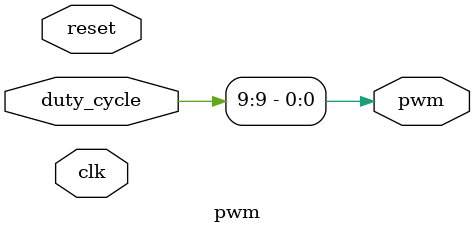
<source format=sv>
module motorCommutation(
            input logic clk, reset, enable,
            input logic [9:0] gain,
            input logic [12:0] cycle_position,
           output logic pwm_phase_a, pwm_phase_b, pwm_phase_c);

logic [9:0] lookup_a, lookup_b, lookup_c;
logic [9:0] duty_cycle_a, duty_cycle_b, duty_cycle_c;

phaseOffset120 phase_offset_120_instance(
                    .gain(gain),
                    .lookup_a(lookup_a),
                    .lookup_b(lookup_b),
                    .lookup_c(lookup_c));

threePhaseSineTable three_phase_sine_table_instance(
                        .clk(clk), .reset(reset),
                        .lookup_a(lookup_a),
                        .lookup_b(lookup_b),
                        .lookup_c(lookup_c),
                        .sine_a(duty_cycle_a),
                        .sine_b(duty_cycle_b),
                        .sine_c(duty_cycle_c));

pwm pwm_a( .clk(clk), .reset(reset),
           .duty_cycle(duty_cycle_a),
           .pwm(pwm_phase_a));

pwm pwm_b( .clk(clk), .reset(reset),
           .duty_cycle(duty_cycle_b),
           .pwm(pwm_phase_b));

pwm pwm_c( .clk(clk), .reset(reset),
           .duty_cycle(duty_cycle_b),
           .pwm(pwm_phase_c));

endmodule




module threePhaseSineTable( input logic clk, reset,
                            input logic [9:0] lookup_a,
                            input logic [9:0] lookup_b,
                            input logic [9:0] lookup_c,
                           output logic [9:0] sine_a,
                           output logic [9:0] sine_b,
                           output logic [9:0] sine_c);
/// FIXME: write this later!
always_ff @ (posedge clk, posedge reset)
begin
    if (reset)
    begin
        sine_a <= 'b0;
        sine_b <= 'b0;
        sine_c <= 'b0;
    end
    else begin
        sine_a <= lookup_a;
        sine_b <= lookup_b;
        sine_c <= lookup_c;
    end
end
endmodule



module phaseOffset120(
            input logic clk, reset,
            input logic [9:0] gain,
           output logic [9:0] lookup_a, lookup_b, lookup_c);

logic [9:0] lookup_b_plus_120;
logic [9:0] lookup_b_minus_120;

logic overflow_a;
logic underflow_c;

assign lookup_a_mod_1170 = lookup_b_plus_120 - 'd1170;
assign lookup_c_mod_1170 = lookup_b_minus_120 + 'd1170;

always_ff @ (posedge clk, posedge reset)
begin
    if (reset)
    begin
        lookup_a <= 'b0;
        lookup_b <= 'b0;
        lookup_c <= 'b0;
    end
    else begin
        lookup_a <= overflow_a ? lookup_a_mod_1170 : lookup_b_plus_120;
        lookup_a <= underflow_c ? lookup_c_mod_1170 : lookup_b_plus_120;
        lookup_b <= gain;
    end
end


endmodule



module pwm( input logic clk, reset,
            input logic [9:0] duty_cycle,
           output logic pwm);

/// FIXME: actually write this later!
assign pwm = duty_cycle[9];

endmodule

</source>
